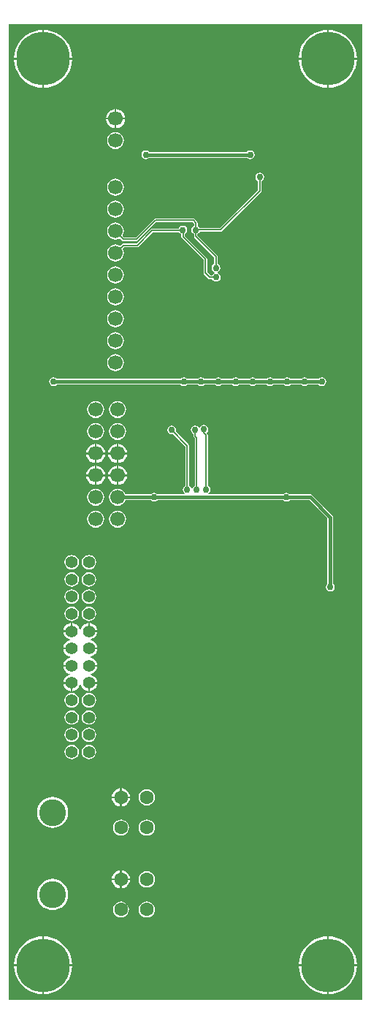
<source format=gbl>
G04*
G04 #@! TF.GenerationSoftware,Altium Limited,Altium Designer,20.2.6 (244)*
G04*
G04 Layer_Physical_Order=2*
G04 Layer_Color=16711680*
%FSLAX25Y25*%
%MOIN*%
G70*
G04*
G04 #@! TF.SameCoordinates,A761004E-7D6E-4A87-B3DE-CFC7A672E5A2*
G04*
G04*
G04 #@! TF.FilePolarity,Positive*
G04*
G01*
G75*
%ADD49C,0.00600*%
%ADD51C,0.01600*%
%ADD52C,0.06693*%
%ADD53C,0.06299*%
%ADD54C,0.12205*%
%ADD55C,0.05512*%
%ADD56C,0.24410*%
%ADD57C,0.02953*%
G36*
X163315Y2039D02*
X2039D01*
Y446780D01*
X163315D01*
X163315Y2039D01*
D02*
G37*
%LPC*%
G36*
X148038Y444316D02*
Y431502D01*
X160852D01*
X160720Y433174D01*
X160235Y435195D01*
X159440Y437116D01*
X158354Y438888D01*
X157004Y440468D01*
X155423Y441818D01*
X153651Y442904D01*
X151731Y443700D01*
X149710Y444185D01*
X148038Y444316D01*
D02*
G37*
G36*
X147238D02*
X145566Y444185D01*
X143545Y443700D01*
X141624Y442904D01*
X139852Y441818D01*
X138272Y440468D01*
X136922Y438888D01*
X135836Y437116D01*
X135040Y435195D01*
X134555Y433174D01*
X134424Y431502D01*
X147238D01*
Y444316D01*
D02*
G37*
G36*
X18116D02*
Y431502D01*
X30931D01*
X30799Y433174D01*
X30314Y435195D01*
X29518Y437116D01*
X28432Y438888D01*
X27083Y440468D01*
X25502Y441818D01*
X23730Y442904D01*
X21810Y443700D01*
X19789Y444185D01*
X18116Y444316D01*
D02*
G37*
G36*
X17316D02*
X15644Y444185D01*
X13623Y443700D01*
X11703Y442904D01*
X9931Y441818D01*
X8350Y440468D01*
X7001Y438888D01*
X5915Y437116D01*
X5119Y435195D01*
X4634Y433174D01*
X4502Y431502D01*
X17316D01*
Y444316D01*
D02*
G37*
G36*
X160852Y430702D02*
X148038D01*
Y417888D01*
X149710Y418020D01*
X151731Y418505D01*
X153651Y419301D01*
X155423Y420387D01*
X157004Y421736D01*
X158354Y423317D01*
X159440Y425089D01*
X160235Y427009D01*
X160720Y429030D01*
X160852Y430702D01*
D02*
G37*
G36*
X147238D02*
X134424D01*
X134555Y429030D01*
X135040Y427009D01*
X135836Y425089D01*
X136922Y423317D01*
X138272Y421736D01*
X139852Y420387D01*
X141624Y419301D01*
X143545Y418505D01*
X145566Y418020D01*
X147238Y417888D01*
Y430702D01*
D02*
G37*
G36*
X30931D02*
X18116D01*
Y417888D01*
X19789Y418020D01*
X21810Y418505D01*
X23730Y419301D01*
X25502Y420387D01*
X27083Y421736D01*
X28432Y423317D01*
X29518Y425089D01*
X30314Y427009D01*
X30799Y429030D01*
X30931Y430702D01*
D02*
G37*
G36*
X17316D02*
X4502D01*
X4634Y429030D01*
X5119Y427009D01*
X5915Y425089D01*
X7001Y423317D01*
X8350Y421736D01*
X9931Y420387D01*
X11703Y419301D01*
X13623Y418505D01*
X15644Y418020D01*
X17316Y417888D01*
Y430702D01*
D02*
G37*
G36*
X51148Y408150D02*
Y404219D01*
X55079D01*
X54983Y404953D01*
X54545Y406011D01*
X53848Y406919D01*
X52940Y407616D01*
X51883Y408053D01*
X51148Y408150D01*
D02*
G37*
G36*
X50348D02*
X49613Y408053D01*
X48556Y407616D01*
X47648Y406919D01*
X46951Y406011D01*
X46514Y404953D01*
X46417Y404219D01*
X50348D01*
Y408150D01*
D02*
G37*
G36*
X55079Y403419D02*
X51148D01*
Y399488D01*
X51883Y399584D01*
X52940Y400022D01*
X53848Y400719D01*
X54545Y401627D01*
X54983Y402684D01*
X55079Y403419D01*
D02*
G37*
G36*
X50348D02*
X46417D01*
X46514Y402684D01*
X46951Y401627D01*
X47648Y400719D01*
X48556Y400022D01*
X49613Y399584D01*
X50348Y399488D01*
Y403419D01*
D02*
G37*
G36*
X50748Y397698D02*
X49744Y397566D01*
X48808Y397179D01*
X48005Y396562D01*
X47388Y395759D01*
X47001Y394823D01*
X46868Y393819D01*
X47001Y392815D01*
X47388Y391879D01*
X48005Y391076D01*
X48808Y390459D01*
X49744Y390072D01*
X50748Y389939D01*
X51752Y390072D01*
X52688Y390459D01*
X53491Y391076D01*
X54108Y391879D01*
X54496Y392815D01*
X54628Y393819D01*
X54496Y394823D01*
X54108Y395759D01*
X53491Y396562D01*
X52688Y397179D01*
X51752Y397566D01*
X50748Y397698D01*
D02*
G37*
G36*
X64567Y389417D02*
X63796Y389263D01*
X63142Y388826D01*
X62705Y388173D01*
X62552Y387402D01*
X62705Y386631D01*
X63142Y385977D01*
X63796Y385540D01*
X64567Y385386D01*
X65338Y385540D01*
X65992Y385977D01*
X66058Y386076D01*
X110713D01*
X110780Y385977D01*
X111434Y385540D01*
X112205Y385386D01*
X112976Y385540D01*
X113630Y385977D01*
X114066Y386630D01*
X114220Y387402D01*
X114066Y388173D01*
X113630Y388826D01*
X112976Y389263D01*
X112205Y389417D01*
X111434Y389263D01*
X110780Y388826D01*
X110713Y388727D01*
X66058D01*
X65992Y388826D01*
X65338Y389263D01*
X64567Y389417D01*
D02*
G37*
G36*
X50748Y376439D02*
X49744Y376307D01*
X48808Y375919D01*
X48005Y375302D01*
X47388Y374499D01*
X47001Y373563D01*
X46868Y372559D01*
X47001Y371555D01*
X47388Y370619D01*
X48005Y369816D01*
X48808Y369199D01*
X49744Y368812D01*
X50748Y368679D01*
X51752Y368812D01*
X52688Y369199D01*
X53491Y369816D01*
X54108Y370619D01*
X54496Y371555D01*
X54628Y372559D01*
X54496Y373563D01*
X54108Y374499D01*
X53491Y375302D01*
X52688Y375919D01*
X51752Y376307D01*
X50748Y376439D01*
D02*
G37*
G36*
Y366439D02*
X49744Y366306D01*
X48808Y365919D01*
X48005Y365302D01*
X47388Y364499D01*
X47001Y363563D01*
X46868Y362559D01*
X47001Y361555D01*
X47388Y360619D01*
X48005Y359816D01*
X48808Y359199D01*
X49744Y358812D01*
X50748Y358679D01*
X51752Y358812D01*
X52688Y359199D01*
X53491Y359816D01*
X54108Y360619D01*
X54496Y361555D01*
X54628Y362559D01*
X54496Y363563D01*
X54108Y364499D01*
X53491Y365302D01*
X52688Y365919D01*
X51752Y366306D01*
X50748Y366439D01*
D02*
G37*
G36*
X116535Y379181D02*
X115764Y379027D01*
X115111Y378590D01*
X114674Y377937D01*
X114520Y377165D01*
X114674Y376394D01*
X115111Y375741D01*
X115720Y375333D01*
Y371204D01*
X98481Y353965D01*
X89076D01*
X88748Y354456D01*
X88217Y354811D01*
Y356299D01*
X88217Y356299D01*
X88155Y356611D01*
X87978Y356876D01*
X87978Y356876D01*
X86797Y358057D01*
X86533Y358234D01*
X86221Y358296D01*
X86220Y358296D01*
X68898D01*
X68585Y358234D01*
X68321Y358057D01*
X68321Y358057D01*
X59898Y349635D01*
X54669D01*
X53924Y350379D01*
X54108Y350619D01*
X54496Y351555D01*
X54628Y352559D01*
X54496Y353563D01*
X54108Y354499D01*
X53491Y355302D01*
X52688Y355919D01*
X51752Y356307D01*
X50748Y356439D01*
X49744Y356307D01*
X48808Y355919D01*
X48005Y355302D01*
X47388Y354499D01*
X47001Y353563D01*
X46868Y352559D01*
X47001Y351555D01*
X47388Y350619D01*
X48005Y349816D01*
X48808Y349199D01*
X49744Y348812D01*
X50748Y348679D01*
X51752Y348812D01*
X52688Y349199D01*
X52750Y349247D01*
X53754Y348242D01*
X53754Y348242D01*
X54019Y348065D01*
X54331Y348003D01*
X60236D01*
X60236Y348003D01*
X60548Y348065D01*
X60813Y348242D01*
X69235Y356665D01*
X85883D01*
X86586Y355961D01*
Y354900D01*
X86552Y354893D01*
X85898Y354456D01*
X85461Y353803D01*
X85308Y353031D01*
X85461Y352260D01*
X85898Y351607D01*
X86507Y351200D01*
Y350236D01*
X86507Y350236D01*
X86569Y349924D01*
X86746Y349659D01*
X95739Y340666D01*
Y337560D01*
X95130Y337153D01*
X94693Y336500D01*
X94540Y335728D01*
X94693Y334957D01*
X95130Y334303D01*
X95784Y333867D01*
X95831Y333857D01*
X95873Y333446D01*
X95859Y333342D01*
X95229Y332921D01*
X94822Y332312D01*
X94039D01*
X92509Y333842D01*
Y339803D01*
X92447Y340115D01*
X92270Y340380D01*
X92270Y340380D01*
X82444Y350206D01*
Y351341D01*
X82842Y351607D01*
X83279Y352260D01*
X83432Y353031D01*
X83279Y353803D01*
X82842Y354456D01*
X82188Y354893D01*
X81417Y355047D01*
X80646Y354893D01*
X79992Y354456D01*
X79556Y353803D01*
X79510Y353572D01*
X67323D01*
X67011Y353509D01*
X66746Y353333D01*
X66746Y353333D01*
X60292Y346879D01*
X54252D01*
X54252Y346879D01*
X53940Y346817D01*
X53675Y346640D01*
X52839Y345803D01*
X52688Y345919D01*
X51752Y346306D01*
X50748Y346439D01*
X49744Y346306D01*
X48808Y345919D01*
X48005Y345302D01*
X47388Y344499D01*
X47001Y343563D01*
X46868Y342559D01*
X47001Y341555D01*
X47388Y340619D01*
X48005Y339816D01*
X48808Y339199D01*
X49744Y338812D01*
X50748Y338679D01*
X51752Y338812D01*
X52688Y339199D01*
X53491Y339816D01*
X54108Y340619D01*
X54496Y341555D01*
X54628Y342559D01*
X54496Y343563D01*
X54108Y344499D01*
X53992Y344650D01*
X54590Y345247D01*
X60630D01*
X60630Y345247D01*
X60942Y345309D01*
X61207Y345486D01*
X67661Y351940D01*
X79769D01*
X79992Y351607D01*
X80646Y351170D01*
X80813Y351137D01*
Y349868D01*
X80813Y349868D01*
X80875Y349556D01*
X81052Y349291D01*
X90877Y339465D01*
Y333504D01*
X90877Y333504D01*
X90939Y333192D01*
X91116Y332927D01*
X93124Y330919D01*
X93124Y330919D01*
X93389Y330743D01*
X93701Y330680D01*
X93701Y330680D01*
X94822D01*
X95229Y330071D01*
X95882Y329634D01*
X96653Y329481D01*
X97425Y329634D01*
X98078Y330071D01*
X98515Y330725D01*
X98669Y331496D01*
X98515Y332267D01*
X98078Y332921D01*
X97425Y333358D01*
X97378Y333367D01*
X97335Y333779D01*
X97350Y333882D01*
X97980Y334303D01*
X98417Y334957D01*
X98570Y335728D01*
X98417Y336500D01*
X97980Y337153D01*
X97371Y337560D01*
Y341004D01*
X97309Y341316D01*
X97132Y341581D01*
X97132Y341581D01*
X88139Y350574D01*
Y351200D01*
X88748Y351607D01*
X89185Y352260D01*
X89199Y352334D01*
X98819D01*
X98819Y352334D01*
X99131Y352396D01*
X99396Y352573D01*
X117112Y370289D01*
X117112Y370289D01*
X117289Y370554D01*
X117351Y370866D01*
X117351Y370866D01*
Y375333D01*
X117960Y375741D01*
X118397Y376394D01*
X118551Y377165D01*
X118397Y377937D01*
X117960Y378590D01*
X117307Y379027D01*
X116535Y379181D01*
D02*
G37*
G36*
X50748Y336439D02*
X49744Y336307D01*
X48808Y335919D01*
X48005Y335302D01*
X47388Y334499D01*
X47001Y333563D01*
X46868Y332559D01*
X47001Y331555D01*
X47388Y330619D01*
X48005Y329816D01*
X48808Y329199D01*
X49744Y328812D01*
X50748Y328679D01*
X51752Y328812D01*
X52688Y329199D01*
X53491Y329816D01*
X54108Y330619D01*
X54496Y331555D01*
X54628Y332559D01*
X54496Y333563D01*
X54108Y334499D01*
X53491Y335302D01*
X52688Y335919D01*
X51752Y336307D01*
X50748Y336439D01*
D02*
G37*
G36*
Y326439D02*
X49744Y326307D01*
X48808Y325919D01*
X48005Y325302D01*
X47388Y324499D01*
X47001Y323563D01*
X46868Y322559D01*
X47001Y321555D01*
X47388Y320619D01*
X48005Y319816D01*
X48808Y319199D01*
X49744Y318812D01*
X50748Y318679D01*
X51752Y318812D01*
X52688Y319199D01*
X53491Y319816D01*
X54108Y320619D01*
X54496Y321555D01*
X54628Y322559D01*
X54496Y323563D01*
X54108Y324499D01*
X53491Y325302D01*
X52688Y325919D01*
X51752Y326307D01*
X50748Y326439D01*
D02*
G37*
G36*
Y316439D02*
X49744Y316306D01*
X48808Y315919D01*
X48005Y315302D01*
X47388Y314499D01*
X47001Y313563D01*
X46868Y312559D01*
X47001Y311555D01*
X47388Y310619D01*
X48005Y309816D01*
X48808Y309199D01*
X49744Y308812D01*
X50748Y308679D01*
X51752Y308812D01*
X52688Y309199D01*
X53491Y309816D01*
X54108Y310619D01*
X54496Y311555D01*
X54628Y312559D01*
X54496Y313563D01*
X54108Y314499D01*
X53491Y315302D01*
X52688Y315919D01*
X51752Y316306D01*
X50748Y316439D01*
D02*
G37*
G36*
Y306439D02*
X49744Y306307D01*
X48808Y305919D01*
X48005Y305302D01*
X47388Y304499D01*
X47001Y303563D01*
X46868Y302559D01*
X47001Y301555D01*
X47388Y300619D01*
X48005Y299816D01*
X48808Y299199D01*
X49744Y298812D01*
X50748Y298679D01*
X51752Y298812D01*
X52688Y299199D01*
X53491Y299816D01*
X54108Y300619D01*
X54496Y301555D01*
X54628Y302559D01*
X54496Y303563D01*
X54108Y304499D01*
X53491Y305302D01*
X52688Y305919D01*
X51752Y306307D01*
X50748Y306439D01*
D02*
G37*
G36*
Y296439D02*
X49744Y296306D01*
X48808Y295919D01*
X48005Y295302D01*
X47388Y294499D01*
X47001Y293563D01*
X46868Y292559D01*
X47001Y291555D01*
X47388Y290619D01*
X48005Y289816D01*
X48808Y289199D01*
X49744Y288812D01*
X50748Y288679D01*
X51752Y288812D01*
X52688Y289199D01*
X53491Y289816D01*
X54108Y290619D01*
X54496Y291555D01*
X54628Y292559D01*
X54496Y293563D01*
X54108Y294499D01*
X53491Y295302D01*
X52688Y295919D01*
X51752Y296306D01*
X50748Y296439D01*
D02*
G37*
G36*
X144882Y285873D02*
X144111Y285720D01*
X143457Y285283D01*
X143391Y285184D01*
X138499D01*
X138433Y285283D01*
X137779Y285720D01*
X137008Y285873D01*
X136237Y285720D01*
X135583Y285283D01*
X135517Y285184D01*
X130625D01*
X130559Y285283D01*
X129905Y285720D01*
X129134Y285873D01*
X128363Y285720D01*
X127709Y285283D01*
X127643Y285184D01*
X122751D01*
X122685Y285283D01*
X122031Y285720D01*
X121260Y285873D01*
X120489Y285720D01*
X119835Y285283D01*
X119769Y285184D01*
X114877D01*
X114811Y285283D01*
X114157Y285720D01*
X113386Y285873D01*
X112615Y285720D01*
X111961Y285283D01*
X111895Y285184D01*
X107003D01*
X106937Y285283D01*
X106283Y285720D01*
X105512Y285873D01*
X104741Y285720D01*
X104087Y285283D01*
X104021Y285184D01*
X99129D01*
X99063Y285283D01*
X98409Y285720D01*
X97638Y285873D01*
X96867Y285720D01*
X96213Y285283D01*
X96147Y285184D01*
X91255D01*
X91189Y285283D01*
X90535Y285720D01*
X89764Y285873D01*
X88993Y285720D01*
X88339Y285283D01*
X88273Y285184D01*
X83381D01*
X83315Y285283D01*
X82661Y285720D01*
X81890Y285873D01*
X81119Y285720D01*
X80465Y285283D01*
X80398Y285184D01*
X23932D01*
X23866Y285283D01*
X23212Y285720D01*
X22441Y285873D01*
X21670Y285720D01*
X21016Y285283D01*
X20579Y284629D01*
X20426Y283858D01*
X20579Y283087D01*
X21016Y282433D01*
X21670Y281997D01*
X22441Y281843D01*
X23212Y281997D01*
X23866Y282433D01*
X23932Y282533D01*
X80398D01*
X80465Y282433D01*
X81119Y281997D01*
X81890Y281843D01*
X82661Y281997D01*
X83315Y282433D01*
X83381Y282533D01*
X88273D01*
X88339Y282433D01*
X88993Y281997D01*
X89764Y281843D01*
X90535Y281997D01*
X91189Y282433D01*
X91255Y282533D01*
X96147D01*
X96213Y282433D01*
X96867Y281997D01*
X97638Y281843D01*
X98409Y281997D01*
X99063Y282433D01*
X99129Y282533D01*
X104021D01*
X104087Y282433D01*
X104741Y281997D01*
X105512Y281843D01*
X106283Y281997D01*
X106937Y282433D01*
X107003Y282533D01*
X111895D01*
X111961Y282433D01*
X112615Y281997D01*
X113386Y281843D01*
X114157Y281997D01*
X114811Y282433D01*
X114877Y282533D01*
X119769D01*
X119835Y282433D01*
X120489Y281997D01*
X121260Y281843D01*
X122031Y281997D01*
X122685Y282433D01*
X122751Y282533D01*
X127643D01*
X127709Y282433D01*
X128363Y281997D01*
X129134Y281843D01*
X129905Y281997D01*
X130559Y282433D01*
X130625Y282533D01*
X135517D01*
X135583Y282433D01*
X136237Y281997D01*
X137008Y281843D01*
X137779Y281997D01*
X138433Y282433D01*
X138499Y282533D01*
X143391D01*
X143457Y282433D01*
X144111Y281997D01*
X144882Y281843D01*
X145653Y281997D01*
X146307Y282433D01*
X146744Y283087D01*
X146897Y283858D01*
X146744Y284629D01*
X146307Y285283D01*
X145653Y285720D01*
X144882Y285873D01*
D02*
G37*
G36*
X51653Y275021D02*
X50649Y274889D01*
X49714Y274502D01*
X48910Y273885D01*
X48294Y273082D01*
X47906Y272146D01*
X47774Y271142D01*
X47906Y270138D01*
X48294Y269202D01*
X48910Y268398D01*
X49714Y267782D01*
X50649Y267394D01*
X51653Y267262D01*
X52658Y267394D01*
X53593Y267782D01*
X54397Y268398D01*
X55013Y269202D01*
X55401Y270138D01*
X55533Y271142D01*
X55401Y272146D01*
X55013Y273082D01*
X54397Y273885D01*
X53593Y274502D01*
X52658Y274889D01*
X51653Y275021D01*
D02*
G37*
G36*
X41653D02*
X40649Y274889D01*
X39714Y274502D01*
X38910Y273885D01*
X38294Y273082D01*
X37906Y272146D01*
X37774Y271142D01*
X37906Y270138D01*
X38294Y269202D01*
X38910Y268398D01*
X39714Y267782D01*
X40649Y267394D01*
X41653Y267262D01*
X42658Y267394D01*
X43593Y267782D01*
X44397Y268398D01*
X45013Y269202D01*
X45401Y270138D01*
X45533Y271142D01*
X45401Y272146D01*
X45013Y273082D01*
X44397Y273885D01*
X43593Y274502D01*
X42658Y274889D01*
X41653Y275021D01*
D02*
G37*
G36*
X91063Y264102D02*
X90292Y263948D01*
X89638Y263511D01*
X89310Y263020D01*
X88811Y262964D01*
X88731Y262985D01*
X88511Y263314D01*
X87858Y263751D01*
X87086Y263904D01*
X86315Y263751D01*
X85662Y263314D01*
X85225Y262660D01*
X85071Y261889D01*
X85225Y261118D01*
X85662Y260464D01*
X86271Y260057D01*
Y259016D01*
X86271Y259016D01*
X86333Y258704D01*
X86510Y258439D01*
X86980Y257969D01*
Y236478D01*
X86370Y236071D01*
X85934Y235417D01*
X85885Y235172D01*
X85375D01*
X85326Y235417D01*
X84890Y236071D01*
X84280Y236478D01*
Y254724D01*
X84218Y255036D01*
X84041Y255301D01*
X84041Y255301D01*
X78250Y261092D01*
X78393Y261811D01*
X78240Y262582D01*
X77803Y263236D01*
X77149Y263673D01*
X76378Y263826D01*
X75607Y263673D01*
X74953Y263236D01*
X74516Y262582D01*
X74363Y261811D01*
X74516Y261040D01*
X74953Y260386D01*
X75607Y259949D01*
X76378Y259796D01*
X77097Y259939D01*
X82649Y254386D01*
Y236478D01*
X82040Y236071D01*
X81603Y235417D01*
X81450Y234646D01*
X81603Y233875D01*
X82040Y233221D01*
X82478Y232928D01*
X82326Y232428D01*
X69877D01*
X69811Y232527D01*
X69157Y232964D01*
X68386Y233118D01*
X67615Y232964D01*
X66961Y232527D01*
X66895Y232428D01*
X55284D01*
X55013Y233082D01*
X54397Y233885D01*
X53593Y234502D01*
X52658Y234889D01*
X51653Y235021D01*
X50649Y234889D01*
X49714Y234502D01*
X48910Y233885D01*
X48294Y233082D01*
X47906Y232146D01*
X47774Y231142D01*
X47906Y230138D01*
X48294Y229202D01*
X48910Y228398D01*
X49714Y227782D01*
X50649Y227394D01*
X51653Y227262D01*
X52658Y227394D01*
X53593Y227782D01*
X54397Y228398D01*
X55013Y229202D01*
X55252Y229777D01*
X66895D01*
X66961Y229678D01*
X67615Y229241D01*
X68386Y229087D01*
X69157Y229241D01*
X69811Y229678D01*
X69877Y229777D01*
X127249D01*
X127315Y229678D01*
X127969Y229241D01*
X128740Y229087D01*
X129511Y229241D01*
X130165Y229678D01*
X130231Y229777D01*
X139215D01*
X147493Y221498D01*
Y191649D01*
X147394Y191582D01*
X146957Y190929D01*
X146804Y190157D01*
X146957Y189386D01*
X147394Y188733D01*
X148048Y188296D01*
X148819Y188142D01*
X149590Y188296D01*
X150244Y188733D01*
X150681Y189386D01*
X150834Y190157D01*
X150681Y190929D01*
X150244Y191582D01*
X150144Y191649D01*
Y222047D01*
X150043Y222554D01*
X149756Y222985D01*
X140701Y232040D01*
X140271Y232327D01*
X139764Y232428D01*
X130231D01*
X130165Y232527D01*
X129511Y232964D01*
X128740Y233118D01*
X127969Y232964D01*
X127315Y232527D01*
X127249Y232428D01*
X93244D01*
X93092Y232928D01*
X93530Y233221D01*
X93967Y233875D01*
X94121Y234646D01*
X93967Y235417D01*
X93530Y236071D01*
X92921Y236478D01*
Y259428D01*
X92921Y259428D01*
X92859Y259740D01*
X92682Y260005D01*
X92682Y260005D01*
X92446Y260241D01*
X92488Y260662D01*
X92925Y261315D01*
X93078Y262087D01*
X92925Y262858D01*
X92488Y263511D01*
X91834Y263948D01*
X91063Y264102D01*
D02*
G37*
G36*
X51653Y265021D02*
X50649Y264889D01*
X49714Y264502D01*
X48910Y263885D01*
X48294Y263082D01*
X47906Y262146D01*
X47774Y261142D01*
X47906Y260138D01*
X48294Y259202D01*
X48910Y258398D01*
X49714Y257782D01*
X50649Y257394D01*
X51653Y257262D01*
X52658Y257394D01*
X53593Y257782D01*
X54397Y258398D01*
X55013Y259202D01*
X55401Y260138D01*
X55533Y261142D01*
X55401Y262146D01*
X55013Y263082D01*
X54397Y263885D01*
X53593Y264502D01*
X52658Y264889D01*
X51653Y265021D01*
D02*
G37*
G36*
X41653D02*
X40649Y264889D01*
X39714Y264502D01*
X38910Y263885D01*
X38294Y263082D01*
X37906Y262146D01*
X37774Y261142D01*
X37906Y260138D01*
X38294Y259202D01*
X38910Y258398D01*
X39714Y257782D01*
X40649Y257394D01*
X41653Y257262D01*
X42658Y257394D01*
X43593Y257782D01*
X44397Y258398D01*
X45013Y259202D01*
X45401Y260138D01*
X45533Y261142D01*
X45401Y262146D01*
X45013Y263082D01*
X44397Y263885D01*
X43593Y264502D01*
X42658Y264889D01*
X41653Y265021D01*
D02*
G37*
G36*
X52053Y255473D02*
Y251542D01*
X55985D01*
X55888Y252276D01*
X55450Y253334D01*
X54754Y254242D01*
X53846Y254938D01*
X52788Y255376D01*
X52053Y255473D01*
D02*
G37*
G36*
X42054D02*
Y251542D01*
X45985D01*
X45888Y252276D01*
X45450Y253334D01*
X44754Y254242D01*
X43845Y254938D01*
X42788Y255376D01*
X42054Y255473D01*
D02*
G37*
G36*
X41254D02*
X40519Y255376D01*
X39462Y254938D01*
X38554Y254242D01*
X37857Y253334D01*
X37419Y252276D01*
X37322Y251542D01*
X41254D01*
Y255473D01*
D02*
G37*
G36*
X51253D02*
X50519Y255376D01*
X49462Y254938D01*
X48554Y254242D01*
X47857Y253334D01*
X47419Y252276D01*
X47322Y251542D01*
X51253D01*
Y255473D01*
D02*
G37*
G36*
X55985Y250742D02*
X52053D01*
Y246810D01*
X52788Y246907D01*
X53846Y247345D01*
X54754Y248042D01*
X55450Y248950D01*
X55888Y250007D01*
X55985Y250742D01*
D02*
G37*
G36*
X45985D02*
X42054D01*
Y246810D01*
X42788Y246907D01*
X43845Y247345D01*
X44754Y248042D01*
X45450Y248950D01*
X45888Y250007D01*
X45985Y250742D01*
D02*
G37*
G36*
X51253D02*
X47322D01*
X47419Y250007D01*
X47857Y248950D01*
X48554Y248042D01*
X49462Y247345D01*
X50519Y246907D01*
X51253Y246810D01*
Y250742D01*
D02*
G37*
G36*
X41254D02*
X37322D01*
X37419Y250007D01*
X37857Y248950D01*
X38554Y248042D01*
X39462Y247345D01*
X40519Y246907D01*
X41254Y246810D01*
Y250742D01*
D02*
G37*
G36*
X52053Y245473D02*
Y241542D01*
X55985D01*
X55888Y242276D01*
X55450Y243334D01*
X54754Y244242D01*
X53846Y244938D01*
X52788Y245376D01*
X52053Y245473D01*
D02*
G37*
G36*
X42054D02*
Y241542D01*
X45985D01*
X45888Y242276D01*
X45450Y243334D01*
X44754Y244242D01*
X43845Y244938D01*
X42788Y245376D01*
X42054Y245473D01*
D02*
G37*
G36*
X41254D02*
X40519Y245376D01*
X39462Y244938D01*
X38554Y244242D01*
X37857Y243334D01*
X37419Y242276D01*
X37322Y241542D01*
X41254D01*
Y245473D01*
D02*
G37*
G36*
X51253D02*
X50519Y245376D01*
X49462Y244938D01*
X48554Y244242D01*
X47857Y243334D01*
X47419Y242276D01*
X47322Y241542D01*
X51253D01*
Y245473D01*
D02*
G37*
G36*
X55985Y240742D02*
X52053D01*
Y236810D01*
X52788Y236907D01*
X53846Y237345D01*
X54754Y238042D01*
X55450Y238950D01*
X55888Y240007D01*
X55985Y240742D01*
D02*
G37*
G36*
X45985D02*
X42054D01*
Y236810D01*
X42788Y236907D01*
X43845Y237345D01*
X44754Y238042D01*
X45450Y238950D01*
X45888Y240007D01*
X45985Y240742D01*
D02*
G37*
G36*
X51253D02*
X47322D01*
X47419Y240007D01*
X47857Y238950D01*
X48554Y238042D01*
X49462Y237345D01*
X50519Y236907D01*
X51253Y236810D01*
Y240742D01*
D02*
G37*
G36*
X41254D02*
X37322D01*
X37419Y240007D01*
X37857Y238950D01*
X38554Y238042D01*
X39462Y237345D01*
X40519Y236907D01*
X41254Y236810D01*
Y240742D01*
D02*
G37*
G36*
X41653Y235021D02*
X40649Y234889D01*
X39714Y234502D01*
X38910Y233885D01*
X38294Y233082D01*
X37906Y232146D01*
X37774Y231142D01*
X37906Y230138D01*
X38294Y229202D01*
X38910Y228398D01*
X39714Y227782D01*
X40649Y227394D01*
X41653Y227262D01*
X42658Y227394D01*
X43593Y227782D01*
X44397Y228398D01*
X45013Y229202D01*
X45401Y230138D01*
X45533Y231142D01*
X45401Y232146D01*
X45013Y233082D01*
X44397Y233885D01*
X43593Y234502D01*
X42658Y234889D01*
X41653Y235021D01*
D02*
G37*
G36*
X51653Y225021D02*
X50649Y224889D01*
X49714Y224502D01*
X48910Y223885D01*
X48294Y223082D01*
X47906Y222146D01*
X47774Y221142D01*
X47906Y220138D01*
X48294Y219202D01*
X48910Y218398D01*
X49714Y217782D01*
X50649Y217394D01*
X51653Y217262D01*
X52658Y217394D01*
X53593Y217782D01*
X54397Y218398D01*
X55013Y219202D01*
X55401Y220138D01*
X55533Y221142D01*
X55401Y222146D01*
X55013Y223082D01*
X54397Y223885D01*
X53593Y224502D01*
X52658Y224889D01*
X51653Y225021D01*
D02*
G37*
G36*
X41653D02*
X40649Y224889D01*
X39714Y224502D01*
X38910Y223885D01*
X38294Y223082D01*
X37906Y222146D01*
X37774Y221142D01*
X37906Y220138D01*
X38294Y219202D01*
X38910Y218398D01*
X39714Y217782D01*
X40649Y217394D01*
X41653Y217262D01*
X42658Y217394D01*
X43593Y217782D01*
X44397Y218398D01*
X45013Y219202D01*
X45401Y220138D01*
X45533Y221142D01*
X45401Y222146D01*
X45013Y223082D01*
X44397Y223885D01*
X43593Y224502D01*
X42658Y224889D01*
X41653Y225021D01*
D02*
G37*
G36*
X30709Y204859D02*
X29859Y204747D01*
X29067Y204419D01*
X28387Y203897D01*
X27865Y203217D01*
X27537Y202425D01*
X27425Y201575D01*
X27537Y200725D01*
X27865Y199933D01*
X28387Y199253D01*
X29067Y198731D01*
X29859Y198403D01*
X30709Y198291D01*
X31559Y198403D01*
X32351Y198731D01*
X33031Y199253D01*
X33553Y199933D01*
X33881Y200725D01*
X33993Y201575D01*
X33881Y202425D01*
X33553Y203217D01*
X33031Y203897D01*
X32351Y204419D01*
X31559Y204747D01*
X30709Y204859D01*
D02*
G37*
G36*
X38583Y204859D02*
X37733Y204747D01*
X36941Y204419D01*
X36261Y203897D01*
X35739Y203217D01*
X35411Y202425D01*
X35299Y201575D01*
X35411Y200725D01*
X35739Y199933D01*
X36261Y199253D01*
X36941Y198731D01*
X37733Y198403D01*
X38583Y198291D01*
X39433Y198403D01*
X40225Y198731D01*
X40905Y199253D01*
X41427Y199933D01*
X41755Y200725D01*
X41867Y201575D01*
X41755Y202425D01*
X41427Y203217D01*
X40905Y203897D01*
X40225Y204419D01*
X39433Y204747D01*
X38583Y204859D01*
D02*
G37*
G36*
X30709Y196985D02*
X29859Y196873D01*
X29067Y196545D01*
X28387Y196023D01*
X27865Y195343D01*
X27537Y194551D01*
X27425Y193701D01*
X27537Y192851D01*
X27865Y192059D01*
X28387Y191379D01*
X29067Y190857D01*
X29859Y190529D01*
X30709Y190417D01*
X31559Y190529D01*
X32351Y190857D01*
X33031Y191379D01*
X33553Y192059D01*
X33881Y192851D01*
X33993Y193701D01*
X33881Y194551D01*
X33553Y195343D01*
X33031Y196023D01*
X32351Y196545D01*
X31559Y196873D01*
X30709Y196985D01*
D02*
G37*
G36*
X38583Y196985D02*
X37733Y196873D01*
X36941Y196545D01*
X36261Y196023D01*
X35739Y195343D01*
X35411Y194551D01*
X35299Y193701D01*
X35411Y192851D01*
X35739Y192059D01*
X36261Y191379D01*
X36941Y190857D01*
X37733Y190529D01*
X38583Y190417D01*
X39433Y190529D01*
X40225Y190857D01*
X40905Y191379D01*
X41427Y192059D01*
X41755Y192851D01*
X41867Y193701D01*
X41755Y194551D01*
X41427Y195343D01*
X40905Y196023D01*
X40225Y196545D01*
X39433Y196873D01*
X38583Y196985D01*
D02*
G37*
G36*
X30709Y189111D02*
X29859Y188999D01*
X29067Y188671D01*
X28387Y188149D01*
X27865Y187469D01*
X27537Y186677D01*
X27425Y185827D01*
X27537Y184977D01*
X27865Y184185D01*
X28387Y183505D01*
X29067Y182983D01*
X29859Y182655D01*
X30709Y182543D01*
X31559Y182655D01*
X32351Y182983D01*
X33031Y183505D01*
X33553Y184185D01*
X33881Y184977D01*
X33993Y185827D01*
X33881Y186677D01*
X33553Y187469D01*
X33031Y188149D01*
X32351Y188671D01*
X31559Y188999D01*
X30709Y189111D01*
D02*
G37*
G36*
X38583Y189111D02*
X37733Y188999D01*
X36941Y188671D01*
X36261Y188149D01*
X35739Y187469D01*
X35411Y186677D01*
X35299Y185827D01*
X35411Y184977D01*
X35739Y184185D01*
X36261Y183505D01*
X36941Y182983D01*
X37733Y182655D01*
X38583Y182543D01*
X39433Y182655D01*
X40225Y182983D01*
X40905Y183505D01*
X41427Y184185D01*
X41755Y184977D01*
X41867Y185827D01*
X41755Y186677D01*
X41427Y187469D01*
X40905Y188149D01*
X40225Y188671D01*
X39433Y188999D01*
X38583Y189111D01*
D02*
G37*
G36*
Y181237D02*
X37733Y181125D01*
X36941Y180797D01*
X36261Y180275D01*
X35739Y179595D01*
X35411Y178803D01*
X35299Y177953D01*
X35411Y177103D01*
X35739Y176311D01*
X36261Y175631D01*
X36941Y175109D01*
X37733Y174781D01*
X38583Y174669D01*
X39433Y174781D01*
X40225Y175109D01*
X40905Y175631D01*
X41427Y176311D01*
X41755Y177103D01*
X41867Y177953D01*
X41755Y178803D01*
X41427Y179595D01*
X40905Y180275D01*
X40225Y180797D01*
X39433Y181125D01*
X38583Y181237D01*
D02*
G37*
G36*
X30709D02*
X29859Y181125D01*
X29067Y180797D01*
X28387Y180275D01*
X27865Y179595D01*
X27537Y178803D01*
X27425Y177953D01*
X27537Y177103D01*
X27865Y176311D01*
X28387Y175631D01*
X29067Y175109D01*
X29859Y174781D01*
X30709Y174669D01*
X31559Y174781D01*
X32351Y175109D01*
X33031Y175631D01*
X33553Y176311D01*
X33881Y177103D01*
X33993Y177953D01*
X33881Y178803D01*
X33553Y179595D01*
X33031Y180275D01*
X32351Y180797D01*
X31559Y181125D01*
X30709Y181237D01*
D02*
G37*
G36*
X30309Y173814D02*
X29728Y173738D01*
X28815Y173360D01*
X28030Y172757D01*
X27428Y171973D01*
X27049Y171059D01*
X26973Y170479D01*
X30309D01*
Y173814D01*
D02*
G37*
G36*
X38983Y173814D02*
Y170479D01*
X42318D01*
X42242Y171059D01*
X41864Y171973D01*
X41261Y172757D01*
X40477Y173360D01*
X39563Y173738D01*
X38983Y173814D01*
D02*
G37*
G36*
X30309Y146057D02*
X26973D01*
X27049Y145476D01*
X27428Y144562D01*
X28030Y143778D01*
X28815Y143176D01*
X29728Y142798D01*
X30309Y142721D01*
Y146057D01*
D02*
G37*
G36*
X31109Y173814D02*
Y170079D01*
X30709D01*
Y169679D01*
X26973D01*
X27049Y169098D01*
X27428Y168185D01*
X28030Y167400D01*
X28815Y166798D01*
X29728Y166419D01*
X29923Y166394D01*
Y165890D01*
X29728Y165864D01*
X28815Y165486D01*
X28030Y164883D01*
X27428Y164099D01*
X27049Y163185D01*
X26973Y162605D01*
X30709D01*
Y161805D01*
X26973D01*
X27049Y161224D01*
X27428Y160311D01*
X28030Y159526D01*
X28815Y158924D01*
X29728Y158545D01*
X29923Y158520D01*
Y158016D01*
X29728Y157990D01*
X28815Y157612D01*
X28030Y157009D01*
X27428Y156225D01*
X27049Y155311D01*
X26973Y154731D01*
X30709D01*
Y153931D01*
X26973D01*
X27049Y153350D01*
X27428Y152437D01*
X28030Y151652D01*
X28815Y151050D01*
X29728Y150672D01*
X29923Y150646D01*
Y150142D01*
X29728Y150116D01*
X28815Y149738D01*
X28030Y149135D01*
X27428Y148351D01*
X27049Y147437D01*
X26973Y146857D01*
X30709D01*
Y146457D01*
X31109D01*
Y142721D01*
X31689Y142798D01*
X32603Y143176D01*
X33387Y143778D01*
X33989Y144562D01*
X34368Y145476D01*
X34394Y145671D01*
X34898D01*
X34923Y145476D01*
X35302Y144562D01*
X35904Y143778D01*
X36689Y143176D01*
X37602Y142798D01*
X38183Y142721D01*
Y146457D01*
X38583D01*
Y146857D01*
X42318D01*
X42242Y147437D01*
X41864Y148351D01*
X41261Y149135D01*
X40477Y149738D01*
X39563Y150116D01*
X39369Y150142D01*
Y150646D01*
X39563Y150672D01*
X40477Y151050D01*
X41261Y151652D01*
X41864Y152437D01*
X42242Y153350D01*
X42318Y153931D01*
X38583D01*
Y154731D01*
X42318D01*
X42242Y155311D01*
X41864Y156225D01*
X41261Y157009D01*
X40477Y157612D01*
X39563Y157990D01*
X39369Y158016D01*
Y158520D01*
X39563Y158545D01*
X40477Y158924D01*
X41261Y159526D01*
X41864Y160311D01*
X42242Y161224D01*
X42318Y161805D01*
X38583D01*
Y162605D01*
X42318D01*
X42242Y163185D01*
X41864Y164099D01*
X41261Y164883D01*
X40477Y165486D01*
X39563Y165864D01*
X39369Y165890D01*
Y166394D01*
X39563Y166419D01*
X40477Y166798D01*
X41261Y167400D01*
X41864Y168185D01*
X42242Y169098D01*
X42318Y169679D01*
X38583D01*
Y170079D01*
X38183D01*
Y173814D01*
X37602Y173738D01*
X36689Y173360D01*
X35904Y172757D01*
X35302Y171973D01*
X34923Y171059D01*
X34898Y170865D01*
X34394D01*
X34368Y171059D01*
X33989Y171973D01*
X33387Y172757D01*
X32603Y173360D01*
X31689Y173738D01*
X31109Y173814D01*
D02*
G37*
G36*
X42318Y146057D02*
X38983D01*
Y142721D01*
X39563Y142798D01*
X40477Y143176D01*
X41261Y143778D01*
X41864Y144562D01*
X42242Y145476D01*
X42318Y146057D01*
D02*
G37*
G36*
X30709Y141867D02*
X29859Y141755D01*
X29067Y141427D01*
X28387Y140905D01*
X27865Y140225D01*
X27537Y139433D01*
X27425Y138583D01*
X27537Y137733D01*
X27865Y136941D01*
X28387Y136260D01*
X29067Y135739D01*
X29859Y135411D01*
X30709Y135299D01*
X31559Y135411D01*
X32351Y135739D01*
X33031Y136260D01*
X33553Y136941D01*
X33881Y137733D01*
X33993Y138583D01*
X33881Y139433D01*
X33553Y140225D01*
X33031Y140905D01*
X32351Y141427D01*
X31559Y141755D01*
X30709Y141867D01*
D02*
G37*
G36*
X38583Y141867D02*
X37733Y141755D01*
X36941Y141427D01*
X36261Y140905D01*
X35739Y140225D01*
X35411Y139433D01*
X35299Y138583D01*
X35411Y137733D01*
X35739Y136941D01*
X36261Y136260D01*
X36941Y135739D01*
X37733Y135411D01*
X38583Y135299D01*
X39433Y135411D01*
X40225Y135739D01*
X40905Y136260D01*
X41427Y136941D01*
X41755Y137733D01*
X41867Y138583D01*
X41755Y139433D01*
X41427Y140225D01*
X40905Y140905D01*
X40225Y141427D01*
X39433Y141755D01*
X38583Y141867D01*
D02*
G37*
G36*
X30709Y133993D02*
X29859Y133881D01*
X29067Y133553D01*
X28387Y133031D01*
X27865Y132351D01*
X27537Y131559D01*
X27425Y130709D01*
X27537Y129859D01*
X27865Y129067D01*
X28387Y128386D01*
X29067Y127865D01*
X29859Y127537D01*
X30709Y127425D01*
X31559Y127537D01*
X32351Y127865D01*
X33031Y128386D01*
X33553Y129067D01*
X33881Y129859D01*
X33993Y130709D01*
X33881Y131559D01*
X33553Y132351D01*
X33031Y133031D01*
X32351Y133553D01*
X31559Y133881D01*
X30709Y133993D01*
D02*
G37*
G36*
X38583Y133993D02*
X37733Y133881D01*
X36941Y133553D01*
X36261Y133031D01*
X35739Y132351D01*
X35411Y131559D01*
X35299Y130709D01*
X35411Y129859D01*
X35739Y129067D01*
X36261Y128386D01*
X36941Y127865D01*
X37733Y127537D01*
X38583Y127425D01*
X39433Y127537D01*
X40225Y127865D01*
X40905Y128386D01*
X41427Y129067D01*
X41755Y129859D01*
X41867Y130709D01*
X41755Y131559D01*
X41427Y132351D01*
X40905Y133031D01*
X40225Y133553D01*
X39433Y133881D01*
X38583Y133993D01*
D02*
G37*
G36*
Y126119D02*
X37733Y126007D01*
X36941Y125679D01*
X36261Y125157D01*
X35739Y124477D01*
X35411Y123685D01*
X35299Y122835D01*
X35411Y121985D01*
X35739Y121193D01*
X36261Y120512D01*
X36941Y119991D01*
X37733Y119663D01*
X38583Y119551D01*
X39433Y119663D01*
X40225Y119991D01*
X40905Y120512D01*
X41427Y121193D01*
X41755Y121985D01*
X41867Y122835D01*
X41755Y123685D01*
X41427Y124477D01*
X40905Y125157D01*
X40225Y125679D01*
X39433Y126007D01*
X38583Y126119D01*
D02*
G37*
G36*
X30709D02*
X29859Y126007D01*
X29067Y125679D01*
X28387Y125157D01*
X27865Y124477D01*
X27537Y123685D01*
X27425Y122835D01*
X27537Y121985D01*
X27865Y121193D01*
X28387Y120512D01*
X29067Y119991D01*
X29859Y119663D01*
X30709Y119551D01*
X31559Y119663D01*
X32351Y119991D01*
X33031Y120512D01*
X33553Y121193D01*
X33881Y121985D01*
X33993Y122835D01*
X33881Y123685D01*
X33553Y124477D01*
X33031Y125157D01*
X32351Y125679D01*
X31559Y126007D01*
X30709Y126119D01*
D02*
G37*
G36*
X38583Y118245D02*
X37733Y118133D01*
X36941Y117805D01*
X36261Y117283D01*
X35739Y116603D01*
X35411Y115811D01*
X35299Y114961D01*
X35411Y114111D01*
X35739Y113319D01*
X36261Y112638D01*
X36941Y112117D01*
X37733Y111788D01*
X38583Y111677D01*
X39433Y111788D01*
X40225Y112117D01*
X40905Y112638D01*
X41427Y113319D01*
X41755Y114111D01*
X41867Y114961D01*
X41755Y115811D01*
X41427Y116603D01*
X40905Y117283D01*
X40225Y117805D01*
X39433Y118133D01*
X38583Y118245D01*
D02*
G37*
G36*
X30709D02*
X29859Y118133D01*
X29067Y117805D01*
X28387Y117283D01*
X27865Y116603D01*
X27537Y115811D01*
X27425Y114961D01*
X27537Y114111D01*
X27865Y113319D01*
X28387Y112638D01*
X29067Y112117D01*
X29859Y111788D01*
X30709Y111677D01*
X31559Y111788D01*
X32351Y112117D01*
X33031Y112638D01*
X33553Y113319D01*
X33881Y114111D01*
X33993Y114961D01*
X33881Y115811D01*
X33553Y116603D01*
X33031Y117283D01*
X32351Y117805D01*
X31559Y118133D01*
X30709Y118245D01*
D02*
G37*
G36*
X53589Y98424D02*
Y94691D01*
X57322D01*
X57232Y95375D01*
X56814Y96384D01*
X56148Y97251D01*
X55282Y97916D01*
X54272Y98334D01*
X53589Y98424D01*
D02*
G37*
G36*
X52789D02*
X52106Y98334D01*
X51096Y97916D01*
X50229Y97251D01*
X49564Y96384D01*
X49146Y95375D01*
X49056Y94691D01*
X52789D01*
Y98424D01*
D02*
G37*
G36*
X65000Y97972D02*
X64047Y97847D01*
X63159Y97479D01*
X62397Y96894D01*
X61812Y96132D01*
X61444Y95244D01*
X61319Y94291D01*
X61444Y93339D01*
X61812Y92451D01*
X62397Y91688D01*
X63159Y91103D01*
X64047Y90736D01*
X65000Y90610D01*
X65953Y90736D01*
X66840Y91103D01*
X67603Y91688D01*
X68188Y92451D01*
X68556Y93339D01*
X68681Y94291D01*
X68556Y95244D01*
X68188Y96132D01*
X67603Y96894D01*
X66840Y97479D01*
X65953Y97847D01*
X65000Y97972D01*
D02*
G37*
G36*
X57322Y93891D02*
X53589D01*
Y90159D01*
X54272Y90249D01*
X55282Y90667D01*
X56148Y91332D01*
X56814Y92199D01*
X57232Y93208D01*
X57322Y93891D01*
D02*
G37*
G36*
X52789D02*
X49056D01*
X49146Y93208D01*
X49564Y92199D01*
X50229Y91332D01*
X51096Y90667D01*
X52106Y90249D01*
X52789Y90159D01*
Y93891D01*
D02*
G37*
G36*
X22047Y94523D02*
X20658Y94386D01*
X19322Y93980D01*
X18091Y93322D01*
X17012Y92437D01*
X16126Y91358D01*
X15468Y90127D01*
X15063Y88791D01*
X14926Y87402D01*
X15063Y86012D01*
X15468Y84676D01*
X16126Y83445D01*
X17012Y82366D01*
X18091Y81481D01*
X19322Y80823D01*
X20658Y80418D01*
X22047Y80281D01*
X23436Y80418D01*
X24772Y80823D01*
X26003Y81481D01*
X27082Y82366D01*
X27968Y83445D01*
X28626Y84676D01*
X29031Y86012D01*
X29168Y87402D01*
X29031Y88791D01*
X28626Y90127D01*
X27968Y91358D01*
X27082Y92437D01*
X26003Y93322D01*
X24772Y93980D01*
X23436Y94386D01*
X22047Y94523D01*
D02*
G37*
G36*
X65000Y84193D02*
X64047Y84067D01*
X63159Y83700D01*
X62397Y83115D01*
X61812Y82352D01*
X61444Y81464D01*
X61319Y80512D01*
X61444Y79559D01*
X61812Y78671D01*
X62397Y77909D01*
X63159Y77324D01*
X64047Y76956D01*
X65000Y76831D01*
X65953Y76956D01*
X66840Y77324D01*
X67603Y77909D01*
X68188Y78671D01*
X68556Y79559D01*
X68681Y80512D01*
X68556Y81464D01*
X68188Y82352D01*
X67603Y83115D01*
X66840Y83700D01*
X65953Y84067D01*
X65000Y84193D01*
D02*
G37*
G36*
X53189D02*
X52236Y84067D01*
X51348Y83700D01*
X50586Y83115D01*
X50001Y82352D01*
X49633Y81464D01*
X49508Y80512D01*
X49633Y79559D01*
X50001Y78671D01*
X50586Y77909D01*
X51348Y77324D01*
X52236Y76956D01*
X53189Y76831D01*
X54142Y76956D01*
X55029Y77324D01*
X55792Y77909D01*
X56377Y78671D01*
X56745Y79559D01*
X56870Y80512D01*
X56745Y81464D01*
X56377Y82352D01*
X55792Y83115D01*
X55029Y83700D01*
X54142Y84067D01*
X53189Y84193D01*
D02*
G37*
G36*
X53589Y61023D02*
Y57290D01*
X57322D01*
X57232Y57973D01*
X56814Y58982D01*
X56148Y59849D01*
X55282Y60514D01*
X54272Y60933D01*
X53589Y61023D01*
D02*
G37*
G36*
X52789D02*
X52106Y60933D01*
X51096Y60514D01*
X50230Y59849D01*
X49564Y58982D01*
X49146Y57973D01*
X49056Y57290D01*
X52789D01*
Y61023D01*
D02*
G37*
G36*
X65000Y60571D02*
X64047Y60445D01*
X63160Y60078D01*
X62397Y59493D01*
X61812Y58730D01*
X61444Y57842D01*
X61319Y56890D01*
X61444Y55937D01*
X61812Y55049D01*
X62397Y54287D01*
X63160Y53702D01*
X64047Y53334D01*
X65000Y53209D01*
X65953Y53334D01*
X66840Y53702D01*
X67603Y54287D01*
X68188Y55049D01*
X68556Y55937D01*
X68681Y56890D01*
X68556Y57842D01*
X68188Y58730D01*
X67603Y59493D01*
X66840Y60078D01*
X65953Y60445D01*
X65000Y60571D01*
D02*
G37*
G36*
X57322Y56490D02*
X53589D01*
Y52757D01*
X54272Y52847D01*
X55282Y53265D01*
X56148Y53930D01*
X56814Y54797D01*
X57232Y55806D01*
X57322Y56490D01*
D02*
G37*
G36*
X52789D02*
X49056D01*
X49146Y55806D01*
X49564Y54797D01*
X50230Y53930D01*
X51096Y53265D01*
X52106Y52847D01*
X52789Y52757D01*
Y56490D01*
D02*
G37*
G36*
X22047Y57121D02*
X20658Y56984D01*
X19322Y56579D01*
X18091Y55921D01*
X17012Y55035D01*
X16126Y53956D01*
X15468Y52725D01*
X15063Y51389D01*
X14926Y50000D01*
X15063Y48611D01*
X15468Y47275D01*
X16126Y46044D01*
X17012Y44965D01*
X18091Y44079D01*
X19322Y43421D01*
X20658Y43016D01*
X22047Y42879D01*
X23437Y43016D01*
X24772Y43421D01*
X26003Y44079D01*
X27082Y44965D01*
X27968Y46044D01*
X28626Y47275D01*
X29031Y48611D01*
X29168Y50000D01*
X29031Y51389D01*
X28626Y52725D01*
X27968Y53956D01*
X27082Y55035D01*
X26003Y55921D01*
X24772Y56579D01*
X23437Y56984D01*
X22047Y57121D01*
D02*
G37*
G36*
X65000Y46791D02*
X64047Y46666D01*
X63160Y46298D01*
X62397Y45713D01*
X61812Y44951D01*
X61444Y44063D01*
X61319Y43110D01*
X61444Y42158D01*
X61812Y41270D01*
X62397Y40507D01*
X63160Y39922D01*
X64047Y39555D01*
X65000Y39429D01*
X65953Y39555D01*
X66841Y39922D01*
X67603Y40507D01*
X68188Y41270D01*
X68556Y42158D01*
X68681Y43110D01*
X68556Y44063D01*
X68188Y44951D01*
X67603Y45713D01*
X66841Y46298D01*
X65953Y46666D01*
X65000Y46791D01*
D02*
G37*
G36*
X53189D02*
X52236Y46666D01*
X51348Y46298D01*
X50586Y45713D01*
X50001Y44951D01*
X49633Y44063D01*
X49508Y43110D01*
X49633Y42158D01*
X50001Y41270D01*
X50586Y40507D01*
X51348Y39922D01*
X52236Y39555D01*
X53189Y39429D01*
X54142Y39555D01*
X55029Y39922D01*
X55792Y40507D01*
X56377Y41270D01*
X56745Y42158D01*
X56870Y43110D01*
X56745Y44063D01*
X56377Y44951D01*
X55792Y45713D01*
X55029Y46298D01*
X54142Y46666D01*
X53189Y46791D01*
D02*
G37*
G36*
X148038Y30931D02*
Y18116D01*
X160852D01*
X160720Y19789D01*
X160235Y21810D01*
X159440Y23730D01*
X158354Y25502D01*
X157004Y27083D01*
X155423Y28432D01*
X153651Y29518D01*
X151731Y30314D01*
X149710Y30799D01*
X148038Y30931D01*
D02*
G37*
G36*
X147238D02*
X145566Y30799D01*
X143545Y30314D01*
X141624Y29518D01*
X139852Y28432D01*
X138272Y27083D01*
X136922Y25502D01*
X135836Y23730D01*
X135040Y21810D01*
X134555Y19789D01*
X134424Y18116D01*
X147238D01*
Y30931D01*
D02*
G37*
G36*
X18116D02*
Y18116D01*
X30931D01*
X30799Y19789D01*
X30314Y21810D01*
X29518Y23730D01*
X28432Y25502D01*
X27083Y27083D01*
X25502Y28432D01*
X23730Y29518D01*
X21810Y30314D01*
X19789Y30799D01*
X18116Y30931D01*
D02*
G37*
G36*
X17316D02*
X15644Y30799D01*
X13623Y30314D01*
X11703Y29518D01*
X9931Y28432D01*
X8350Y27083D01*
X7001Y25502D01*
X5915Y23730D01*
X5119Y21810D01*
X4634Y19789D01*
X4502Y18116D01*
X17316D01*
Y30931D01*
D02*
G37*
G36*
X160852Y17316D02*
X148038D01*
Y4502D01*
X149710Y4634D01*
X151731Y5119D01*
X153651Y5915D01*
X155423Y7001D01*
X157004Y8350D01*
X158354Y9931D01*
X159440Y11703D01*
X160235Y13623D01*
X160720Y15644D01*
X160852Y17316D01*
D02*
G37*
G36*
X147238D02*
X134424D01*
X134555Y15644D01*
X135040Y13623D01*
X135836Y11703D01*
X136922Y9931D01*
X138272Y8350D01*
X139852Y7001D01*
X141624Y5915D01*
X143545Y5119D01*
X145566Y4634D01*
X147238Y4502D01*
Y17316D01*
D02*
G37*
G36*
X30931D02*
X18116D01*
Y4502D01*
X19789Y4634D01*
X21810Y5119D01*
X23730Y5915D01*
X25502Y7001D01*
X27083Y8350D01*
X28432Y9931D01*
X29518Y11703D01*
X30314Y13623D01*
X30799Y15644D01*
X30931Y17316D01*
D02*
G37*
G36*
X17316D02*
X4502D01*
X4634Y15644D01*
X5119Y13623D01*
X5915Y11703D01*
X7001Y9931D01*
X8350Y8350D01*
X9931Y7001D01*
X11703Y5915D01*
X13623Y5119D01*
X15644Y4634D01*
X17316Y4502D01*
Y17316D01*
D02*
G37*
%LPD*%
D49*
X91063Y260471D02*
Y262087D01*
Y260471D02*
X92106Y259428D01*
Y234646D02*
Y259428D01*
X87086Y259016D02*
X87795Y258307D01*
X87086Y259016D02*
Y261889D01*
X87795Y234646D02*
Y258307D01*
X50748Y342559D02*
X54252Y346063D01*
X60630D01*
X67323Y352756D01*
X50748Y352402D02*
Y352559D01*
Y352402D02*
X54331Y348819D01*
X60236D01*
X67323Y352756D02*
X81142D01*
X76378Y261811D02*
X83465Y254724D01*
Y234646D02*
Y254724D01*
X98819Y353150D02*
X116535Y370866D01*
Y377165D01*
X87441Y353150D02*
X98819D01*
X87402Y353110D02*
X87441Y353150D01*
X87323Y353031D02*
X87402Y353110D01*
X68898Y357480D02*
X86221D01*
X60236Y348819D02*
X68898Y357480D01*
X81628Y349868D02*
Y352820D01*
X91693Y333504D02*
Y339803D01*
X81628Y349868D02*
X91693Y339803D01*
X81417Y353031D02*
X81628Y352820D01*
X96555Y335728D02*
Y341004D01*
X87323Y350236D02*
X96555Y341004D01*
X87323Y350236D02*
Y353031D01*
X81142Y352756D02*
X81417Y353031D01*
X91693Y333504D02*
X93701Y331496D01*
X87402Y353110D02*
Y356299D01*
X93701Y331496D02*
X96653D01*
X86221Y357480D02*
X87402Y356299D01*
X51653Y231142D02*
X51693Y231102D01*
X64567Y387402D02*
X64567Y387402D01*
X112205D02*
X112205Y387402D01*
D51*
X68386Y231102D02*
X128740D01*
X51693D02*
X68386D01*
X128740D02*
X139764D01*
X148819Y190157D02*
Y222047D01*
X139764Y231102D02*
X148819Y222047D01*
X22441Y283858D02*
X81890D01*
X89764D01*
X97638D01*
X105512D01*
X113386D01*
X121260D01*
X129134D01*
X137008D01*
X144882D01*
X64567Y387402D02*
X112205D01*
D52*
X50748Y372559D02*
D03*
Y362559D02*
D03*
Y352559D02*
D03*
Y342559D02*
D03*
Y332559D02*
D03*
Y322559D02*
D03*
Y312559D02*
D03*
Y302559D02*
D03*
Y292559D02*
D03*
X41653Y271142D02*
D03*
Y261142D02*
D03*
Y251142D02*
D03*
Y241142D02*
D03*
Y231142D02*
D03*
X51653Y261142D02*
D03*
Y221142D02*
D03*
Y231142D02*
D03*
Y241142D02*
D03*
Y251142D02*
D03*
Y271142D02*
D03*
X41653Y221142D02*
D03*
X50748Y393819D02*
D03*
Y403819D02*
D03*
D53*
X53189Y56890D02*
D03*
Y43110D02*
D03*
X65000D02*
D03*
Y56890D02*
D03*
X53189Y94291D02*
D03*
Y80512D02*
D03*
X65000D02*
D03*
Y94291D02*
D03*
D54*
X22047Y50000D02*
D03*
X22047Y87402D02*
D03*
D55*
X38583Y114961D02*
D03*
Y122835D02*
D03*
Y130709D02*
D03*
Y138583D02*
D03*
Y146457D02*
D03*
Y154331D02*
D03*
Y162205D02*
D03*
Y170079D02*
D03*
Y177953D02*
D03*
Y185827D02*
D03*
Y193701D02*
D03*
Y201575D02*
D03*
X30709Y201575D02*
D03*
Y193701D02*
D03*
Y185827D02*
D03*
Y177953D02*
D03*
Y170079D02*
D03*
Y162205D02*
D03*
Y154331D02*
D03*
Y146457D02*
D03*
Y138583D02*
D03*
Y130709D02*
D03*
Y114961D02*
D03*
Y122835D02*
D03*
D56*
X17717Y431102D02*
D03*
X147638D02*
D03*
Y17717D02*
D03*
X17717D02*
D03*
D57*
X150000Y400000D02*
D03*
Y360000D02*
D03*
Y320000D02*
D03*
X140000Y260000D02*
D03*
X150000Y240000D02*
D03*
Y160000D02*
D03*
X140000Y140000D02*
D03*
X150000Y120000D02*
D03*
X140000Y100000D02*
D03*
X150000Y80000D02*
D03*
X140000Y60000D02*
D03*
X150000Y40000D02*
D03*
X120000Y420000D02*
D03*
X130000Y400000D02*
D03*
X120000Y340000D02*
D03*
Y260000D02*
D03*
Y220000D02*
D03*
Y180000D02*
D03*
Y140000D02*
D03*
Y100000D02*
D03*
X130000Y80000D02*
D03*
X120000Y60000D02*
D03*
X130000Y40000D02*
D03*
X120000Y20000D02*
D03*
X100000Y420000D02*
D03*
X110000Y400000D02*
D03*
X100000Y380000D02*
D03*
Y260000D02*
D03*
Y180000D02*
D03*
X110000Y160000D02*
D03*
X100000Y140000D02*
D03*
X110000Y120000D02*
D03*
X100000Y100000D02*
D03*
X110000Y80000D02*
D03*
X100000Y60000D02*
D03*
X110000Y40000D02*
D03*
X100000Y20000D02*
D03*
X80000Y420000D02*
D03*
X90000Y160000D02*
D03*
X80000Y100000D02*
D03*
Y60000D02*
D03*
X90000Y40000D02*
D03*
X80000Y20000D02*
D03*
X60000Y420000D02*
D03*
Y340000D02*
D03*
X70000Y280000D02*
D03*
X60000Y220000D02*
D03*
X70000Y160000D02*
D03*
X60000Y140000D02*
D03*
Y100000D02*
D03*
Y20000D02*
D03*
X40000Y420000D02*
D03*
Y380000D02*
D03*
Y340000D02*
D03*
Y300000D02*
D03*
X50000Y200000D02*
D03*
Y160000D02*
D03*
Y120000D02*
D03*
X40000Y100000D02*
D03*
Y60000D02*
D03*
Y20000D02*
D03*
X30000Y400000D02*
D03*
X20000Y140000D02*
D03*
X30000Y80000D02*
D03*
X20000Y60000D02*
D03*
X30000Y40000D02*
D03*
X91063Y262087D02*
D03*
X87086Y261889D02*
D03*
X68504Y238425D02*
D03*
X128740Y231102D02*
D03*
X81417Y353031D02*
D03*
X96555Y335728D02*
D03*
X96653Y331496D02*
D03*
X114961Y357087D02*
D03*
X102362Y350000D02*
D03*
X87323Y353031D02*
D03*
X116535Y377165D02*
D03*
X70768Y414299D02*
D03*
X104724Y409449D02*
D03*
X64961Y406299D02*
D03*
X58661D02*
D03*
X96063Y202362D02*
D03*
X76378Y261811D02*
D03*
X83465Y234646D02*
D03*
X92106D02*
D03*
X87795D02*
D03*
X148819Y190157D02*
D03*
X104724Y224803D02*
D03*
X113779Y193701D02*
D03*
X68386Y231102D02*
D03*
X81890Y283858D02*
D03*
X89764D02*
D03*
X97638D02*
D03*
X105512D02*
D03*
X113386D02*
D03*
X121260D02*
D03*
X144882D02*
D03*
X129134D02*
D03*
X137008D02*
D03*
X22441D02*
D03*
X138583Y392913D02*
D03*
X138976Y381496D02*
D03*
Y387402D02*
D03*
X64567Y387402D02*
D03*
X112205Y387402D02*
D03*
X113779Y197244D02*
D03*
X99606Y201969D02*
D03*
X144095Y179528D02*
D03*
X118268Y226260D02*
D03*
M02*

</source>
